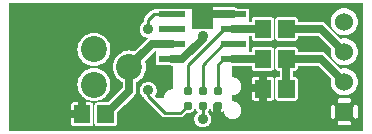
<source format=gtl>
G04 start of page 2 for group 0 idx 0 *
G04 Title: wearlink, top *
G04 Creator: pcb 1.99z *
G04 CreationDate: Mon Feb 18 11:15:00 2013 UTC *
G04 For: dijkstra *
G04 Format: Gerber/RS-274X *
G04 PCB-Dimensions (mil): 1326.38 433.46 *
G04 PCB-Coordinate-Origin: lower left *
%MOIN*%
%FSLAX25Y25*%
%LNTOP*%
%ADD25C,0.0787*%
%ADD24C,0.0380*%
%ADD23C,0.0390*%
%ADD22C,0.0413*%
%ADD21C,0.0394*%
%ADD20C,0.0200*%
%ADD19C,0.0360*%
%ADD18R,0.0200X0.0200*%
%ADD17C,0.0310*%
%ADD16R,0.0551X0.0551*%
%ADD15C,0.0600*%
%ADD14C,0.0866*%
%ADD13C,0.0100*%
%ADD12C,0.0250*%
%ADD11C,0.0001*%
G54D11*G36*
X85295Y531D02*X295D01*
Y9031D01*
X20952D01*
X20949Y8976D01*
X20958Y2914D01*
X20995Y2761D01*
X21055Y2616D01*
X21138Y2482D01*
X21240Y2362D01*
X21360Y2260D01*
X21494Y2177D01*
X21639Y2117D01*
X21792Y2080D01*
X21949Y2071D01*
X27617Y2080D01*
X27770Y2117D01*
X27916Y2177D01*
X28050Y2260D01*
X28170Y2362D01*
X28272Y2482D01*
X28354Y2616D01*
X28414Y2761D01*
X28451Y2914D01*
X28460Y3071D01*
X28451Y9031D01*
X28826D01*
X28823Y8976D01*
X28832Y2914D01*
X28869Y2761D01*
X28929Y2616D01*
X29012Y2482D01*
X29114Y2362D01*
X29234Y2260D01*
X29368Y2177D01*
X29513Y2117D01*
X29666Y2080D01*
X29823Y2071D01*
X35491Y2080D01*
X35644Y2117D01*
X35790Y2177D01*
X35924Y2260D01*
X36044Y2362D01*
X36146Y2482D01*
X36228Y2616D01*
X36288Y2761D01*
X36325Y2914D01*
X36334Y3071D01*
X36329Y6592D01*
X38769Y9031D01*
X47674D01*
X51193Y5512D01*
X51231Y5468D01*
X51411Y5314D01*
X51612Y5191D01*
X51830Y5101D01*
X52060Y5045D01*
X52295Y5027D01*
X52354Y5031D01*
X57437D01*
X57496Y5027D01*
X57731Y5045D01*
X57731Y5045D01*
X57961Y5101D01*
X58179Y5191D01*
X58380Y5314D01*
X58560Y5468D01*
X58598Y5512D01*
X59458Y6372D01*
X59462Y6371D01*
X59862Y6340D01*
X60262Y6371D01*
X60653Y6465D01*
X61023Y6619D01*
X61366Y6828D01*
X61671Y7089D01*
X61932Y7394D01*
X62141Y7736D01*
X62295Y8107D01*
X62362Y8388D01*
X62430Y8107D01*
X62583Y7736D01*
X62793Y7394D01*
X63054Y7089D01*
X63359Y6828D01*
X63362Y6826D01*
Y6814D01*
X63211Y6721D01*
X62876Y6435D01*
X62590Y6100D01*
X62360Y5724D01*
X62191Y5317D01*
X62088Y4888D01*
X62054Y4449D01*
X62088Y4009D01*
X62191Y3581D01*
X62360Y3174D01*
X62590Y2798D01*
X62876Y2463D01*
X63211Y2177D01*
X63587Y1946D01*
X63994Y1778D01*
X64423Y1675D01*
X64862Y1640D01*
X65302Y1675D01*
X65730Y1778D01*
X66137Y1946D01*
X66513Y2177D01*
X66848Y2463D01*
X67134Y2798D01*
X67365Y3174D01*
X67533Y3581D01*
X67636Y4009D01*
X67662Y4449D01*
X67636Y4888D01*
X67533Y5317D01*
X67365Y5724D01*
X67134Y6100D01*
X66848Y6435D01*
X66513Y6721D01*
X66362Y6814D01*
Y6826D01*
X66366Y6828D01*
X66671Y7089D01*
X66932Y7394D01*
X67141Y7736D01*
X67295Y8107D01*
X67362Y8388D01*
X67430Y8107D01*
X67583Y7736D01*
X67793Y7394D01*
X68054Y7089D01*
X68359Y6828D01*
X68701Y6619D01*
X69072Y6465D01*
X69462Y6371D01*
X69862Y6340D01*
X70262Y6371D01*
X70653Y6465D01*
X71023Y6619D01*
X71366Y6828D01*
X71671Y7089D01*
X71906Y7364D01*
X71940Y6935D01*
X72048Y6483D01*
X72226Y6054D01*
X72468Y5658D01*
X72770Y5305D01*
X73123Y5004D01*
X73519Y4761D01*
X73948Y4583D01*
X74399Y4475D01*
X74862Y4439D01*
X75325Y4475D01*
X75777Y4583D01*
X76206Y4761D01*
X76602Y5004D01*
X76955Y5305D01*
X77256Y5658D01*
X77499Y6054D01*
X77676Y6483D01*
X77785Y6935D01*
X77812Y7398D01*
X77785Y7861D01*
X77676Y8312D01*
X77499Y8741D01*
X77321Y9031D01*
X85295D01*
Y531D01*
G37*
G36*
X33346Y9973D02*X29666Y9967D01*
X29513Y9930D01*
X29368Y9870D01*
X29234Y9788D01*
X29114Y9685D01*
X29012Y9566D01*
X28929Y9432D01*
X28869Y9286D01*
X28832Y9133D01*
X28823Y8976D01*
X28832Y2914D01*
X28869Y2761D01*
X28929Y2616D01*
X29012Y2482D01*
X29114Y2362D01*
X29234Y2260D01*
X29368Y2177D01*
X29513Y2117D01*
X29666Y2080D01*
X29823Y2071D01*
X35491Y2080D01*
X35644Y2117D01*
X35790Y2177D01*
X35924Y2260D01*
X36044Y2362D01*
X36146Y2482D01*
X36228Y2616D01*
X36288Y2761D01*
X36325Y2914D01*
X36334Y3071D01*
X36329Y6592D01*
X41981Y12244D01*
X42049Y12302D01*
X42278Y12571D01*
X42279Y12571D01*
X42464Y12873D01*
X42599Y13200D01*
X42682Y13545D01*
X42710Y13898D01*
X42703Y13986D01*
Y16738D01*
X42963Y16845D01*
X43703Y17299D01*
X44362Y17862D01*
X44926Y18522D01*
X45379Y19262D01*
X45711Y20063D01*
X45913Y20907D01*
X45965Y21772D01*
X45913Y22637D01*
X45711Y23480D01*
X45546Y23879D01*
X48924Y27258D01*
X49295D01*
Y15311D01*
X49068Y15682D01*
X48781Y16018D01*
X48446Y16304D01*
X48070Y16534D01*
X47663Y16703D01*
X47235Y16806D01*
X46795Y16840D01*
X46356Y16806D01*
X45927Y16703D01*
X45520Y16534D01*
X45144Y16304D01*
X44809Y16018D01*
X44523Y15682D01*
X44293Y15307D01*
X44124Y14899D01*
X44021Y14471D01*
X43987Y14031D01*
X44021Y13592D01*
X44124Y13164D01*
X44293Y12756D01*
X44523Y12381D01*
X44809Y12045D01*
X45144Y11759D01*
X45348Y11635D01*
X45364Y11567D01*
X45455Y11348D01*
X45578Y11147D01*
X45578Y11147D01*
X45731Y10968D01*
X45776Y10929D01*
X49295Y7410D01*
Y531D01*
X24705D01*
Y2076D01*
X27617Y2080D01*
X27770Y2117D01*
X27916Y2177D01*
X28050Y2260D01*
X28170Y2362D01*
X28272Y2482D01*
X28354Y2616D01*
X28414Y2761D01*
X28451Y2914D01*
X28460Y3071D01*
X28451Y9133D01*
X28414Y9286D01*
X28354Y9432D01*
X28272Y9566D01*
X28170Y9685D01*
X28050Y9788D01*
X27916Y9870D01*
X27770Y9930D01*
X27617Y9967D01*
X27460Y9976D01*
X24705Y9972D01*
Y11989D01*
X24732Y11957D01*
X25392Y11393D01*
X26132Y10940D01*
X26933Y10608D01*
X27777Y10405D01*
X28642Y10337D01*
X29507Y10405D01*
X30350Y10608D01*
X31152Y10940D01*
X31891Y11393D01*
X32551Y11957D01*
X33115Y12616D01*
X33568Y13356D01*
X33900Y14158D01*
X34102Y15001D01*
X34154Y15866D01*
X34102Y16731D01*
X33900Y17575D01*
X33568Y18376D01*
X33115Y19116D01*
X32551Y19776D01*
X31891Y20339D01*
X31152Y20792D01*
X30350Y21124D01*
X29507Y21327D01*
X28642Y21395D01*
X27777Y21327D01*
X26933Y21124D01*
X26132Y20792D01*
X25392Y20339D01*
X24732Y19776D01*
X24705Y19743D01*
Y23800D01*
X24732Y23768D01*
X25392Y23204D01*
X26132Y22751D01*
X26933Y22419D01*
X27777Y22216D01*
X28642Y22148D01*
X29507Y22216D01*
X30350Y22419D01*
X31152Y22751D01*
X31891Y23204D01*
X32551Y23768D01*
X33115Y24427D01*
X33568Y25167D01*
X33900Y25969D01*
X34102Y26812D01*
X34154Y27677D01*
X34102Y28542D01*
X33900Y29386D01*
X33568Y30187D01*
X33115Y30927D01*
X32551Y31587D01*
X31891Y32150D01*
X31152Y32603D01*
X30350Y32935D01*
X29507Y33138D01*
X28642Y33206D01*
X27777Y33138D01*
X26933Y32935D01*
X26132Y32603D01*
X25392Y32150D01*
X24732Y31587D01*
X24705Y31554D01*
Y43031D01*
X49295D01*
Y41008D01*
X48830D01*
X48772Y41013D01*
X48536Y40994D01*
X48307Y40939D01*
X48089Y40849D01*
X47887Y40725D01*
X47887Y40725D01*
X47708Y40572D01*
X47669Y40527D01*
X45776Y38634D01*
X45731Y38595D01*
X45578Y38416D01*
X45455Y38215D01*
X45364Y37996D01*
X45309Y37767D01*
X45309Y37766D01*
X45291Y37531D01*
X45295Y37473D01*
Y36761D01*
X45101Y36642D01*
X44766Y36356D01*
X44480Y36021D01*
X44249Y35645D01*
X44081Y35238D01*
X43978Y34809D01*
X43943Y34370D01*
X43978Y33931D01*
X44081Y33502D01*
X44249Y33095D01*
X44480Y32719D01*
X44766Y32384D01*
X45101Y32098D01*
X45477Y31868D01*
X45884Y31699D01*
X46313Y31596D01*
X46752Y31561D01*
X47145Y31592D01*
X46967Y31519D01*
X46666Y31334D01*
X46665Y31334D01*
X46396Y31104D01*
X46339Y31037D01*
X42282Y26980D01*
X42161Y27030D01*
X41318Y27232D01*
X40453Y27300D01*
X39588Y27232D01*
X38744Y27030D01*
X37943Y26698D01*
X37203Y26245D01*
X36543Y25681D01*
X35980Y25021D01*
X35527Y24282D01*
X35195Y23480D01*
X34992Y22637D01*
X34924Y21772D01*
X34992Y20907D01*
X35195Y20063D01*
X35527Y19262D01*
X35980Y18522D01*
X36543Y17862D01*
X37203Y17299D01*
X37943Y16845D01*
X38203Y16738D01*
Y14830D01*
X33346Y9973D01*
G37*
G36*
X24705Y531D02*X295D01*
Y43031D01*
X24705D01*
Y31554D01*
X24169Y30927D01*
X23716Y30187D01*
X23384Y29386D01*
X23181Y28542D01*
X23113Y27677D01*
X23181Y26812D01*
X23384Y25969D01*
X23716Y25167D01*
X24169Y24427D01*
X24705Y23800D01*
Y19743D01*
X24169Y19116D01*
X23716Y18376D01*
X23384Y17575D01*
X23181Y16731D01*
X23113Y15866D01*
X23181Y15001D01*
X23384Y14158D01*
X23716Y13356D01*
X24169Y12616D01*
X24705Y11989D01*
Y9972D01*
X21792Y9967D01*
X21639Y9930D01*
X21494Y9870D01*
X21360Y9788D01*
X21240Y9685D01*
X21138Y9566D01*
X21055Y9432D01*
X20995Y9286D01*
X20958Y9133D01*
X20949Y8976D01*
X20958Y2914D01*
X20995Y2761D01*
X21055Y2616D01*
X21138Y2482D01*
X21240Y2362D01*
X21360Y2260D01*
X21494Y2177D01*
X21639Y2117D01*
X21792Y2080D01*
X21949Y2071D01*
X24705Y2076D01*
Y531D01*
G37*
G36*
X46795Y22531D02*X53531D01*
X53588Y22497D01*
X53915Y22361D01*
X54259Y22279D01*
X54612Y22258D01*
X54862D01*
Y14357D01*
X54399Y14320D01*
X53948Y14212D01*
X53519Y14034D01*
X53123Y13792D01*
X52770Y13490D01*
X52468Y13137D01*
X52226Y12741D01*
X52048Y12312D01*
X51940Y11861D01*
X51903Y11398D01*
X49550D01*
X48837Y12111D01*
X49068Y12381D01*
X49298Y12756D01*
X49466Y13164D01*
X49569Y13592D01*
X49595Y14031D01*
X49569Y14471D01*
X49466Y14899D01*
X49298Y15307D01*
X49068Y15682D01*
X48781Y16018D01*
X48446Y16304D01*
X48070Y16534D01*
X47663Y16703D01*
X47235Y16806D01*
X46795Y16840D01*
Y22531D01*
G37*
G36*
X27295Y43031D02*X63295D01*
Y41031D01*
X27295D01*
Y43031D01*
G37*
G36*
X68295Y34531D02*X61295D01*
Y43031D01*
X68295D01*
Y34531D01*
G37*
G36*
X115856Y43031D02*X118406D01*
Y512D01*
X115856D01*
Y4598D01*
X115974Y4607D01*
X116089Y4635D01*
X116198Y4680D01*
X116298Y4742D01*
X116388Y4818D01*
X116465Y4908D01*
X116527Y5009D01*
X116572Y5118D01*
X116599Y5233D01*
X116606Y5350D01*
Y8350D01*
X116599Y8468D01*
X116572Y8583D01*
X116527Y8692D01*
X116465Y8793D01*
X116388Y8882D01*
X116298Y8959D01*
X116198Y9021D01*
X116089Y9066D01*
X115974Y9093D01*
X115856Y9103D01*
Y14357D01*
X116128Y14801D01*
X116399Y15456D01*
X116565Y16144D01*
X116606Y16850D01*
X116565Y17557D01*
X116399Y18245D01*
X116128Y18900D01*
X115856Y19343D01*
Y24357D01*
X116128Y24801D01*
X116399Y25456D01*
X116565Y26144D01*
X116606Y26850D01*
X116565Y27557D01*
X116399Y28245D01*
X116128Y28900D01*
X115856Y29343D01*
Y34357D01*
X116128Y34801D01*
X116399Y35456D01*
X116565Y36144D01*
X116606Y36850D01*
X116565Y37557D01*
X116399Y38245D01*
X116128Y38900D01*
X115856Y39343D01*
Y43031D01*
G37*
G36*
Y29343D02*X115758Y29504D01*
X115298Y30042D01*
X114759Y30502D01*
X114156Y30872D01*
X113501Y31143D01*
X112812Y31309D01*
X112106Y31364D01*
Y32337D01*
X112812Y32392D01*
X113501Y32557D01*
X114156Y32828D01*
X114759Y33199D01*
X115298Y33659D01*
X115758Y34197D01*
X115856Y34357D01*
Y29343D01*
G37*
G36*
Y19343D02*X115758Y19504D01*
X115298Y20042D01*
X114759Y20502D01*
X114156Y20872D01*
X113501Y21143D01*
X112812Y21309D01*
X112106Y21364D01*
Y22337D01*
X112812Y22392D01*
X113501Y22557D01*
X114156Y22828D01*
X114759Y23199D01*
X115298Y23659D01*
X115758Y24197D01*
X115856Y24357D01*
Y19343D01*
G37*
G36*
Y512D02*X112106D01*
Y2350D01*
X113606D01*
X113724Y2357D01*
X113839Y2385D01*
X113948Y2430D01*
X114048Y2492D01*
X114138Y2568D01*
X114215Y2658D01*
X114277Y2759D01*
X114322Y2868D01*
X114349Y2983D01*
X114359Y3100D01*
X114349Y3218D01*
X114322Y3333D01*
X114277Y3442D01*
X114215Y3543D01*
X114138Y3632D01*
X114048Y3709D01*
X113948Y3771D01*
X113839Y3816D01*
X113724Y3843D01*
X113606Y3850D01*
X112106D01*
Y9850D01*
X113606D01*
X113724Y9857D01*
X113839Y9885D01*
X113948Y9930D01*
X114048Y9992D01*
X114138Y10068D01*
X114215Y10158D01*
X114277Y10259D01*
X114322Y10368D01*
X114349Y10483D01*
X114359Y10600D01*
X114349Y10718D01*
X114322Y10833D01*
X114277Y10942D01*
X114215Y11043D01*
X114138Y11132D01*
X114048Y11209D01*
X113948Y11271D01*
X113839Y11316D01*
X113724Y11343D01*
X113606Y11350D01*
X112106D01*
Y12337D01*
X112812Y12392D01*
X113501Y12557D01*
X114156Y12828D01*
X114759Y13199D01*
X115298Y13659D01*
X115758Y14197D01*
X115856Y14357D01*
Y9103D01*
X115739Y9093D01*
X115624Y9066D01*
X115515Y9021D01*
X115414Y8959D01*
X115324Y8882D01*
X115248Y8793D01*
X115186Y8692D01*
X115141Y8583D01*
X115113Y8468D01*
X115106Y8350D01*
Y5350D01*
X115113Y5233D01*
X115141Y5118D01*
X115186Y5009D01*
X115248Y4908D01*
X115324Y4818D01*
X115414Y4742D01*
X115515Y4680D01*
X115624Y4635D01*
X115739Y4607D01*
X115856Y4598D01*
Y512D01*
G37*
G36*
X112106Y43031D02*X115856D01*
Y39343D01*
X115758Y39504D01*
X115298Y40042D01*
X114759Y40502D01*
X114156Y40872D01*
X113501Y41143D01*
X112812Y41309D01*
X112106Y41364D01*
Y43031D01*
G37*
G36*
Y21364D02*X112106D01*
X111400Y21309D01*
X110940Y21198D01*
X106102Y26037D01*
X106045Y26104D01*
X105776Y26334D01*
X105775Y26334D01*
X105661Y26404D01*
X105473Y26519D01*
X105242Y26615D01*
X105146Y26654D01*
X104802Y26737D01*
X104449Y26765D01*
X104361Y26758D01*
X102833D01*
Y32258D01*
X103517D01*
X107758Y28016D01*
X107648Y27557D01*
X107592Y26850D01*
X107648Y26144D01*
X107813Y25456D01*
X108084Y24801D01*
X108454Y24197D01*
X108915Y23659D01*
X109453Y23199D01*
X110057Y22828D01*
X110711Y22557D01*
X111400Y22392D01*
X112106Y22337D01*
X112106D01*
Y21364D01*
G37*
G36*
Y512D02*X108356D01*
Y4598D01*
X108474Y4607D01*
X108589Y4635D01*
X108698Y4680D01*
X108798Y4742D01*
X108888Y4818D01*
X108965Y4908D01*
X109027Y5009D01*
X109072Y5118D01*
X109099Y5233D01*
X109106Y5350D01*
Y8350D01*
X109099Y8468D01*
X109072Y8583D01*
X109027Y8692D01*
X108965Y8793D01*
X108888Y8882D01*
X108798Y8959D01*
X108698Y9021D01*
X108589Y9066D01*
X108474Y9093D01*
X108356Y9103D01*
Y14357D01*
X108454Y14197D01*
X108915Y13659D01*
X109453Y13199D01*
X110057Y12828D01*
X110711Y12557D01*
X111400Y12392D01*
X112106Y12337D01*
X112106D01*
Y11350D01*
X110606D01*
X110489Y11343D01*
X110374Y11316D01*
X110265Y11271D01*
X110164Y11209D01*
X110074Y11132D01*
X109998Y11043D01*
X109936Y10942D01*
X109891Y10833D01*
X109863Y10718D01*
X109854Y10600D01*
X109863Y10483D01*
X109891Y10368D01*
X109936Y10259D01*
X109998Y10158D01*
X110074Y10068D01*
X110164Y9992D01*
X110265Y9930D01*
X110374Y9885D01*
X110489Y9857D01*
X110606Y9850D01*
X112106D01*
Y3850D01*
X110606D01*
X110489Y3843D01*
X110374Y3816D01*
X110265Y3771D01*
X110164Y3709D01*
X110074Y3632D01*
X109998Y3543D01*
X109936Y3442D01*
X109891Y3333D01*
X109863Y3218D01*
X109854Y3100D01*
X109863Y2983D01*
X109891Y2868D01*
X109936Y2759D01*
X109998Y2658D01*
X110074Y2568D01*
X110164Y2492D01*
X110265Y2430D01*
X110374Y2385D01*
X110489Y2357D01*
X110606Y2350D01*
X112106D01*
Y512D01*
G37*
G36*
X108356D02*X102833D01*
Y22258D01*
X103517D01*
X107758Y18016D01*
X107648Y17557D01*
X107592Y16850D01*
X107648Y16144D01*
X107813Y15456D01*
X108084Y14801D01*
X108356Y14357D01*
Y9103D01*
X108239Y9093D01*
X108124Y9066D01*
X108015Y9021D01*
X107914Y8959D01*
X107824Y8882D01*
X107748Y8793D01*
X107686Y8692D01*
X107641Y8583D01*
X107613Y8468D01*
X107606Y8350D01*
Y5350D01*
X107613Y5233D01*
X107641Y5118D01*
X107686Y5009D01*
X107748Y4908D01*
X107824Y4818D01*
X107914Y4742D01*
X108015Y4680D01*
X108124Y4635D01*
X108239Y4607D01*
X108356Y4598D01*
Y512D01*
G37*
G36*
X102833Y43031D02*X112106D01*
Y41364D01*
X112106D01*
X111400Y41309D01*
X110711Y41143D01*
X110057Y40872D01*
X109453Y40502D01*
X108915Y40042D01*
X108454Y39504D01*
X108084Y38900D01*
X107813Y38245D01*
X107648Y37557D01*
X107592Y36850D01*
X107648Y36144D01*
X107813Y35456D01*
X108084Y34801D01*
X108454Y34197D01*
X108915Y33659D01*
X109453Y33199D01*
X110057Y32828D01*
X110711Y32557D01*
X111400Y32392D01*
X112106Y32337D01*
X112106D01*
Y31364D01*
X112106D01*
X111400Y31309D01*
X110940Y31198D01*
X106102Y36037D01*
X106045Y36104D01*
X105776Y36334D01*
X105775Y36334D01*
X105661Y36404D01*
X105473Y36519D01*
X105242Y36615D01*
X105146Y36654D01*
X104802Y36737D01*
X104449Y36765D01*
X104361Y36758D01*
X102833D01*
Y43031D01*
G37*
G36*
X87696Y28460D02*X84941Y28456D01*
Y30560D01*
X87853Y30565D01*
X88006Y30601D01*
X88152Y30662D01*
X88286Y30744D01*
X88406Y30846D01*
X88508Y30966D01*
X88590Y31100D01*
X88650Y31245D01*
X88687Y31398D01*
X88696Y31555D01*
X88687Y37617D01*
X88650Y37770D01*
X88590Y37916D01*
X88508Y38050D01*
X88406Y38170D01*
X88286Y38272D01*
X88152Y38354D01*
X88006Y38414D01*
X87853Y38451D01*
X87696Y38460D01*
X84941Y38456D01*
Y43031D01*
X102833D01*
Y36758D01*
X96563D01*
X96561Y37617D01*
X96524Y37770D01*
X96464Y37916D01*
X96382Y38050D01*
X96280Y38170D01*
X96160Y38272D01*
X96026Y38354D01*
X95880Y38414D01*
X95727Y38451D01*
X95570Y38460D01*
X89903Y38451D01*
X89749Y38414D01*
X89604Y38354D01*
X89470Y38272D01*
X89350Y38170D01*
X89248Y38050D01*
X89166Y37916D01*
X89105Y37770D01*
X89069Y37617D01*
X89059Y37460D01*
X89069Y31398D01*
X89105Y31245D01*
X89166Y31100D01*
X89248Y30966D01*
X89350Y30846D01*
X89470Y30744D01*
X89604Y30662D01*
X89749Y30601D01*
X89903Y30565D01*
X90059Y30555D01*
X95727Y30565D01*
X95880Y30601D01*
X96026Y30662D01*
X96160Y30744D01*
X96280Y30846D01*
X96382Y30966D01*
X96464Y31100D01*
X96524Y31245D01*
X96561Y31398D01*
X96570Y31555D01*
X96569Y32258D01*
X102833D01*
Y26758D01*
X96563D01*
X96561Y27617D01*
X96524Y27770D01*
X96464Y27916D01*
X96382Y28050D01*
X96280Y28170D01*
X96160Y28272D01*
X96026Y28354D01*
X95880Y28414D01*
X95727Y28451D01*
X95570Y28460D01*
X89903Y28451D01*
X89749Y28414D01*
X89604Y28354D01*
X89470Y28272D01*
X89350Y28170D01*
X89248Y28050D01*
X89166Y27916D01*
X89105Y27770D01*
X89069Y27617D01*
X89059Y27460D01*
X89069Y21398D01*
X89105Y21245D01*
X89166Y21100D01*
X89248Y20966D01*
X89350Y20846D01*
X89470Y20744D01*
X89604Y20662D01*
X89749Y20601D01*
X89903Y20565D01*
X90059Y20555D01*
X90565Y20556D01*
Y18492D01*
X89903Y18490D01*
X89749Y18454D01*
X89604Y18394D01*
X89470Y18311D01*
X89350Y18209D01*
X89248Y18089D01*
X89166Y17955D01*
X89105Y17810D01*
X89069Y17657D01*
X89059Y17500D01*
X89069Y11438D01*
X89105Y11285D01*
X89166Y11139D01*
X89248Y11005D01*
X89350Y10885D01*
X89470Y10783D01*
X89604Y10701D01*
X89749Y10641D01*
X89903Y10604D01*
X90059Y10595D01*
X95727Y10604D01*
X95880Y10641D01*
X96026Y10701D01*
X96160Y10783D01*
X96280Y10885D01*
X96382Y11005D01*
X96464Y11139D01*
X96524Y11285D01*
X96561Y11438D01*
X96570Y11595D01*
X96561Y17657D01*
X96524Y17810D01*
X96464Y17955D01*
X96382Y18089D01*
X96280Y18209D01*
X96160Y18311D01*
X96026Y18394D01*
X95880Y18454D01*
X95727Y18490D01*
X95570Y18500D01*
X95065Y18499D01*
Y20564D01*
X95727Y20565D01*
X95880Y20601D01*
X96026Y20662D01*
X96160Y20744D01*
X96280Y20846D01*
X96382Y20966D01*
X96464Y21100D01*
X96524Y21245D01*
X96561Y21398D01*
X96570Y21555D01*
X96569Y22258D01*
X102833D01*
Y512D01*
X84941D01*
Y10599D01*
X87853Y10604D01*
X88006Y10641D01*
X88152Y10701D01*
X88286Y10783D01*
X88406Y10885D01*
X88508Y11005D01*
X88590Y11139D01*
X88650Y11285D01*
X88687Y11438D01*
X88696Y11595D01*
X88687Y17657D01*
X88650Y17810D01*
X88590Y17955D01*
X88508Y18089D01*
X88406Y18209D01*
X88286Y18311D01*
X88152Y18394D01*
X88006Y18454D01*
X87853Y18490D01*
X87696Y18500D01*
X84941Y18495D01*
Y20560D01*
X87853Y20565D01*
X88006Y20601D01*
X88152Y20662D01*
X88286Y20744D01*
X88406Y20846D01*
X88508Y20966D01*
X88590Y21100D01*
X88650Y21245D01*
X88687Y21398D01*
X88696Y21555D01*
X88687Y27617D01*
X88650Y27770D01*
X88590Y27916D01*
X88508Y28050D01*
X88406Y28170D01*
X88286Y28272D01*
X88152Y28354D01*
X88006Y28414D01*
X87853Y28451D01*
X87696Y28460D01*
G37*
G36*
X84941Y512D02*X80295D01*
Y22258D01*
X81193D01*
X81195Y21398D01*
X81231Y21245D01*
X81292Y21100D01*
X81374Y20966D01*
X81476Y20846D01*
X81596Y20744D01*
X81730Y20662D01*
X81875Y20601D01*
X82029Y20565D01*
X82185Y20555D01*
X84941Y20560D01*
Y18495D01*
X82029Y18490D01*
X81875Y18454D01*
X81730Y18394D01*
X81596Y18311D01*
X81476Y18209D01*
X81374Y18089D01*
X81292Y17955D01*
X81231Y17810D01*
X81195Y17657D01*
X81185Y17500D01*
X81195Y11438D01*
X81231Y11285D01*
X81292Y11139D01*
X81374Y11005D01*
X81476Y10885D01*
X81596Y10783D01*
X81730Y10701D01*
X81875Y10641D01*
X82029Y10604D01*
X82185Y10595D01*
X84941Y10599D01*
Y512D01*
G37*
G36*
Y38456D02*X82029Y38451D01*
X81875Y38414D01*
X81730Y38354D01*
X81596Y38272D01*
X81476Y38170D01*
X81374Y38050D01*
X81292Y37916D01*
X81231Y37770D01*
X81195Y37617D01*
X81185Y37460D01*
X81187Y36758D01*
X80295D01*
Y43031D01*
X84941D01*
Y38456D01*
G37*
G36*
Y28456D02*X82029Y28451D01*
X81875Y28414D01*
X81730Y28354D01*
X81596Y28272D01*
X81476Y28170D01*
X81374Y28050D01*
X81292Y27916D01*
X81231Y27770D01*
X81195Y27617D01*
X81185Y27460D01*
X81187Y26758D01*
X80295D01*
Y32258D01*
X81193D01*
X81195Y31398D01*
X81231Y31245D01*
X81292Y31100D01*
X81374Y30966D01*
X81476Y30846D01*
X81596Y30744D01*
X81730Y30662D01*
X81875Y30601D01*
X82029Y30565D01*
X82185Y30555D01*
X84941Y30560D01*
Y28456D01*
G37*
G36*
X88795Y43031D02*Y41031D01*
X76770D01*
X76708Y41104D01*
X76439Y41334D01*
X76137Y41519D01*
X75810Y41654D01*
X75465Y41737D01*
X75112Y41758D01*
X66850D01*
X66497Y41737D01*
X66153Y41654D01*
X65826Y41519D01*
X65524Y41334D01*
X65254Y41104D01*
X65193Y41031D01*
X62795D01*
Y43031D01*
X88795D01*
G37*
G36*
X81193Y22258D02*X81195Y21398D01*
X81231Y21245D01*
X81292Y21100D01*
X81374Y20966D01*
X81476Y20846D01*
X81596Y20744D01*
X81730Y20662D01*
X81875Y20601D01*
X82029Y20565D01*
X82185Y20555D01*
X87853Y20565D01*
X88006Y20601D01*
X88152Y20662D01*
X88286Y20744D01*
X88295Y20752D01*
Y18303D01*
X88286Y18311D01*
X88152Y18394D01*
X88006Y18454D01*
X87853Y18490D01*
X87696Y18500D01*
X82029Y18490D01*
X81875Y18454D01*
X81730Y18394D01*
X81596Y18311D01*
X81476Y18209D01*
X81374Y18089D01*
X81292Y17955D01*
X81231Y17810D01*
X81195Y17657D01*
X81185Y17500D01*
X81195Y11438D01*
X81231Y11285D01*
X81292Y11139D01*
X81374Y11005D01*
X81476Y10885D01*
X81596Y10783D01*
X81730Y10701D01*
X81875Y10641D01*
X82029Y10604D01*
X82185Y10595D01*
X87853Y10604D01*
X88006Y10641D01*
X88152Y10701D01*
X88286Y10783D01*
X88295Y10791D01*
Y531D01*
X74795D01*
Y4444D01*
X74862Y4439D01*
X75325Y4475D01*
X75777Y4583D01*
X76206Y4761D01*
X76602Y5004D01*
X76955Y5305D01*
X77256Y5658D01*
X77499Y6054D01*
X77676Y6483D01*
X77785Y6935D01*
X77812Y7398D01*
X77785Y7861D01*
X77676Y8312D01*
X77499Y8741D01*
X77256Y9137D01*
X76955Y9490D01*
X76602Y9792D01*
X76206Y10034D01*
X75777Y10212D01*
X75325Y10320D01*
X74862Y10357D01*
X74795Y10351D01*
Y12444D01*
X74862Y12439D01*
X75325Y12475D01*
X75777Y12583D01*
X76206Y12761D01*
X76602Y13004D01*
X76955Y13305D01*
X77256Y13658D01*
X77499Y14054D01*
X77676Y14483D01*
X77785Y14935D01*
X77812Y15398D01*
X77785Y15861D01*
X77676Y16312D01*
X77499Y16741D01*
X77256Y17137D01*
X76955Y17490D01*
X76602Y17792D01*
X76206Y18034D01*
X75777Y18212D01*
X75325Y18320D01*
X74862Y18357D01*
X74795Y18351D01*
Y22277D01*
X75112Y22258D01*
X81193D01*
G37*
G54D12*X84941Y6811D02*Y18622D01*
Y14685D02*X80610D01*
X24705Y6024D02*X18406D01*
X24508D02*Y10551D01*
X69862Y8898D02*X69795Y8831D01*
Y4531D01*
G54D13*X75112Y24508D02*X74843D01*
G54D12*X75112D02*X84941D01*
X75112Y34508D02*X84941D01*
G54D13*X72087D02*X75112D01*
G54D12*Y39508D02*X66850D01*
X64862Y37520D01*
X92815Y14547D02*Y24508D01*
X104449D01*
X112106Y16850D01*
X92815Y34508D02*X104449D01*
X112106Y26850D01*
X54612Y29508D02*X47992D01*
X54612Y24508D02*X58150D01*
X47992Y29508D02*X40453Y21969D01*
G54D13*X59862Y13898D02*Y22283D01*
X46795Y14031D02*Y13031D01*
X52295Y6531D02*X46795Y12031D01*
Y14031D01*
G54D12*X32579Y6024D02*X40453Y13898D01*
Y21772D01*
G54D13*X64862Y8898D02*Y4449D01*
X57496Y6531D02*X59862Y8898D01*
X57496Y6531D02*X52295D01*
X64862Y13898D02*Y22559D01*
X69862Y13898D02*Y22559D01*
X64862D02*X71811Y29508D01*
X75112D01*
X69862Y22559D02*X71811Y24508D01*
X75112D01*
X59862Y22283D02*X72087Y34508D01*
G54D12*X58150Y24508D02*X64862Y31220D01*
Y32008D01*
G54D13*X46752Y34370D02*X46795Y34413D01*
Y37531D01*
X48772Y39508D01*
X54612D01*
G54D14*X28642Y27677D03*
X40453Y21772D03*
X28642Y15866D03*
G54D11*G36*
X109106Y9850D02*Y3850D01*
X115106D01*
Y9850D01*
X109106D01*
G37*
G54D15*X112106Y16850D03*
Y26850D03*
Y36850D03*
G54D16*X92815Y14744D02*Y14350D01*
X84941Y14744D02*Y14350D01*
Y24705D02*Y24311D01*
Y34705D02*Y34311D01*
X92815Y24705D02*Y24311D01*
Y34705D02*Y34311D01*
G54D17*X59862Y8898D03*
G54D16*X32579Y6221D02*Y5827D01*
X24705Y6221D02*Y5827D01*
G54D17*X59862Y13898D03*
X64862Y8898D03*
X69862D03*
X64862Y13898D03*
X69862D03*
G54D18*X51362Y39508D02*X57862D01*
X71862D02*X78362D01*
X51362Y34508D02*X57862D01*
X51362Y29508D02*X57862D01*
X51362Y24508D02*X57862D01*
X71862D02*X78362D01*
X71862Y29508D02*X78362D01*
X71862Y34508D02*X78362D01*
G54D19*X46752Y34370D03*
X64862Y37520D03*
Y32008D03*
Y4449D03*
X46795Y14031D03*
G54D20*G54D21*G54D22*G54D23*G54D24*G54D23*G54D24*G54D23*G54D24*G54D25*G54D24*M02*

</source>
